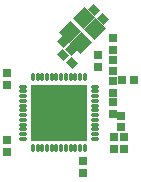
<source format=gts>
%FSLAX24Y24*%
%MOIN*%
G70*
G01*
G75*
G04 Layer_Color=8388736*
%ADD10R,0.0197X0.0256*%
%ADD11R,0.0197X0.0236*%
%ADD12R,0.0236X0.0197*%
%ADD13R,0.0400X0.0370*%
G04:AMPARAMS|DCode=14|XSize=47.2mil|YSize=43.3mil|CornerRadius=0mil|HoleSize=0mil|Usage=FLASHONLY|Rotation=225.000|XOffset=0mil|YOffset=0mil|HoleType=Round|Shape=Rectangle|*
%AMROTATEDRECTD14*
4,1,4,0.0014,0.0320,0.0320,0.0014,-0.0014,-0.0320,-0.0320,-0.0014,0.0014,0.0320,0.0*
%
%ADD14ROTATEDRECTD14*%

%ADD15O,0.0256X0.0079*%
%ADD16O,0.0079X0.0256*%
%ADD17R,0.1850X0.1850*%
%ADD18R,0.0217X0.0236*%
G04:AMPARAMS|DCode=19|XSize=19.7mil|YSize=23.6mil|CornerRadius=0mil|HoleSize=0mil|Usage=FLASHONLY|Rotation=225.000|XOffset=0mil|YOffset=0mil|HoleType=Round|Shape=Rectangle|*
%AMROTATEDRECTD19*
4,1,4,-0.0014,0.0153,0.0153,-0.0014,0.0014,-0.0153,-0.0153,0.0014,-0.0014,0.0153,0.0*
%
%ADD19ROTATEDRECTD19*%

%ADD20C,0.0370*%
%ADD21C,0.0080*%
%ADD22C,0.0090*%
%ADD23C,0.0060*%
%ADD24C,0.0240*%
%ADD25C,0.0260*%
%ADD26C,0.0098*%
%ADD27C,0.0079*%
%ADD28C,0.0050*%
%ADD29R,0.0257X0.0316*%
%ADD30R,0.0257X0.0296*%
%ADD31R,0.0296X0.0257*%
G04:AMPARAMS|DCode=32|XSize=53.2mil|YSize=49.3mil|CornerRadius=0mil|HoleSize=0mil|Usage=FLASHONLY|Rotation=225.000|XOffset=0mil|YOffset=0mil|HoleType=Round|Shape=Rectangle|*
%AMROTATEDRECTD32*
4,1,4,0.0014,0.0363,0.0363,0.0014,-0.0014,-0.0363,-0.0363,-0.0014,0.0014,0.0363,0.0*
%
%ADD32ROTATEDRECTD32*%

%ADD33O,0.0316X0.0139*%
%ADD34O,0.0139X0.0316*%
%ADD35R,0.1910X0.1910*%
%ADD36R,0.0277X0.0296*%
G04:AMPARAMS|DCode=37|XSize=25.7mil|YSize=29.6mil|CornerRadius=0mil|HoleSize=0mil|Usage=FLASHONLY|Rotation=225.000|XOffset=0mil|YOffset=0mil|HoleType=Round|Shape=Rectangle|*
%AMROTATEDRECTD37*
4,1,4,-0.0014,0.0196,0.0196,-0.0014,0.0014,-0.0196,-0.0196,0.0014,-0.0014,0.0196,0.0*
%
%ADD37ROTATEDRECTD37*%

D29*
X1790Y1767D02*
D03*
Y1393D02*
D03*
X2070Y-103D02*
D03*
Y-477D02*
D03*
X1790Y347D02*
D03*
Y-27D02*
D03*
D30*
Y2487D02*
D03*
Y2093D02*
D03*
Y1067D02*
D03*
Y673D02*
D03*
X2170Y-1197D02*
D03*
Y-803D02*
D03*
X1840D02*
D03*
Y-1197D02*
D03*
X-1720Y-923D02*
D03*
Y-1317D02*
D03*
X1290Y1523D02*
D03*
Y1917D02*
D03*
X-1720Y921D02*
D03*
Y1315D02*
D03*
D31*
X2497Y1090D02*
D03*
X2103D02*
D03*
D32*
X1221Y2782D02*
D03*
X832Y3171D02*
D03*
X748Y2308D02*
D03*
X358Y2698D02*
D03*
D33*
X-1191Y866D02*
D03*
Y709D02*
D03*
Y551D02*
D03*
Y394D02*
D03*
Y236D02*
D03*
Y79D02*
D03*
Y-79D02*
D03*
Y-236D02*
D03*
Y-394D02*
D03*
Y-551D02*
D03*
Y-709D02*
D03*
Y-866D02*
D03*
X1191D02*
D03*
Y-709D02*
D03*
Y-551D02*
D03*
Y-394D02*
D03*
Y-236D02*
D03*
Y-79D02*
D03*
Y79D02*
D03*
Y236D02*
D03*
Y394D02*
D03*
Y551D02*
D03*
Y709D02*
D03*
Y866D02*
D03*
D34*
X-866Y-1191D02*
D03*
X-709D02*
D03*
X-551D02*
D03*
X-394D02*
D03*
X-236D02*
D03*
X-79D02*
D03*
X79D02*
D03*
X236D02*
D03*
X394D02*
D03*
X551D02*
D03*
X709D02*
D03*
X866D02*
D03*
Y1191D02*
D03*
X709D02*
D03*
X551D02*
D03*
X394D02*
D03*
X236D02*
D03*
X79D02*
D03*
X-79D02*
D03*
X-236D02*
D03*
X-394D02*
D03*
X-551D02*
D03*
X-709D02*
D03*
X-866D02*
D03*
D35*
X0Y0D02*
D03*
D36*
X810Y-1623D02*
D03*
Y-2017D02*
D03*
D37*
X429Y1661D02*
D03*
X151Y1939D02*
D03*
X409Y2081D02*
D03*
X131Y2359D02*
D03*
X1181Y3409D02*
D03*
X1459Y3131D02*
D03*
M02*

</source>
